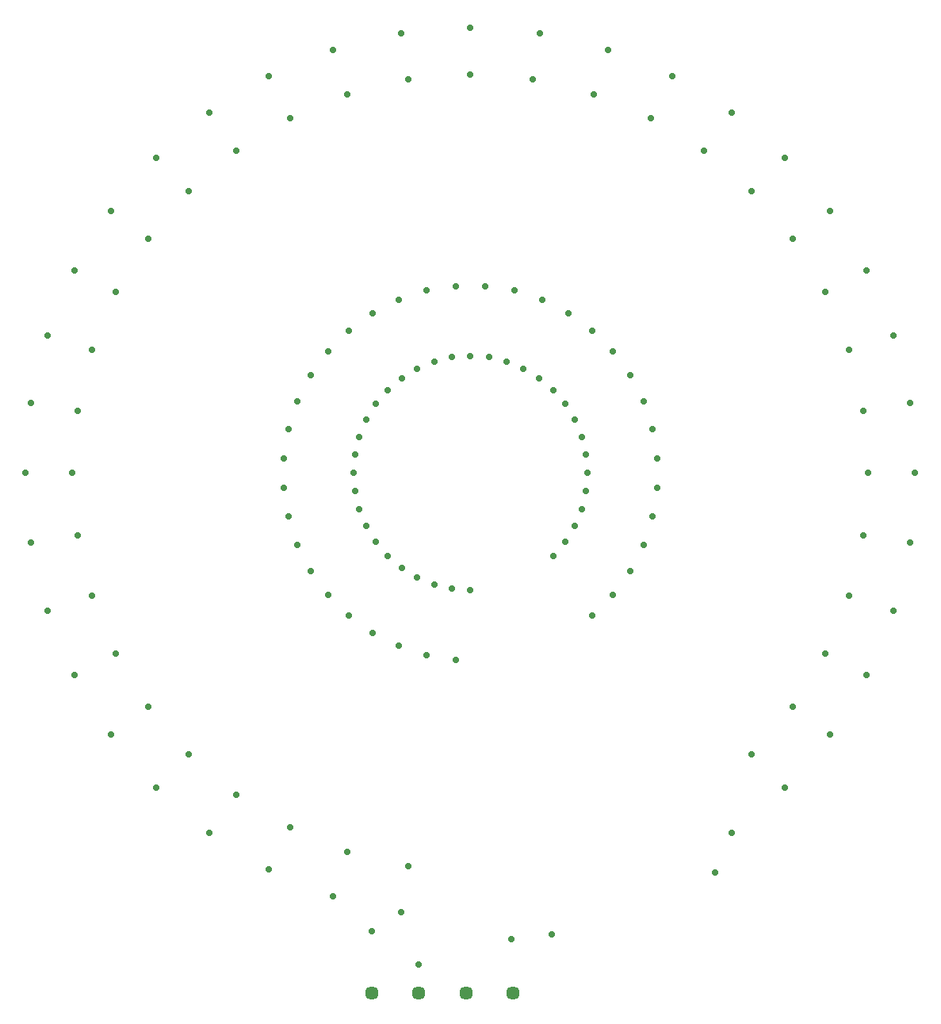
<source format=gbr>
%TF.GenerationSoftware,Altium Limited,Altium Designer,21.9.2 (33)*%
G04 Layer_Color=0*
%FSLAX45Y45*%
%MOMM*%
%TF.SameCoordinates,587BC58A-32DF-419A-8411-CC1EB37CAFE9*%
%TF.FilePolarity,Positive*%
%TF.FileFunction,Plated,1,2,PTH,Drill*%
%TF.Part,Single*%
G01*
G75*
%TA.AperFunction,OtherDrill,Pad Free-I_OUT (-10.5mm,-55.5mm)*%
%ADD15C,1.45000*%
%TA.AperFunction,OtherDrill,Pad Free-I_OUT (4.5mm,-55.5mm)*%
%ADD16C,1.45000*%
%TA.AperFunction,OtherDrill,Pad Free-I_OUT (-5.5mm,-55.5mm)*%
%ADD17C,1.45000*%
%TA.AperFunction,OtherDrill,Pad Free-I_OUT (-0.5mm,-55.5mm)*%
%ADD18C,1.45000*%
%TA.AperFunction,ViaDrill,NotFilled*%
%ADD19C,0.70000*%
%ADD20C,0.71120*%
D15*
X-1050000Y-5550000D02*
D03*
D16*
X450000D02*
D03*
D17*
X-550000D02*
D03*
D18*
X-50000D02*
D03*
D19*
X-550000Y-5250000D02*
D03*
X-156918Y-1993834D02*
D03*
X-743063Y-4691513D02*
D03*
X-466891Y-1944739D02*
D03*
X-1467829Y-4517512D02*
D03*
X-765367Y-1847758D02*
D03*
X-2156452Y-4232275D02*
D03*
X-1044997Y-1705280D02*
D03*
X-2791976Y-3842825D02*
D03*
X-1298896Y-1520811D02*
D03*
X-3358753Y-3358753D02*
D03*
X-1520811Y-1298896D02*
D03*
X-3842825Y-2791976D02*
D03*
X-1705280Y-1044997D02*
D03*
X-4232275Y-2156452D02*
D03*
X-1847758Y-765367D02*
D03*
X-4517512Y-1467829D02*
D03*
X-1944739Y-466891D02*
D03*
X-4691513Y-743063D02*
D03*
X-1993834Y-156918D02*
D03*
X-4749994Y0D02*
D03*
X-1993834Y156918D02*
D03*
X-4691513Y743063D02*
D03*
X-1944739Y466891D02*
D03*
X-4517512Y1467829D02*
D03*
X-1847758Y765367D02*
D03*
X-4232275Y2156452D02*
D03*
X-1705280Y1044997D02*
D03*
X-3842825Y2791976D02*
D03*
X-1520811Y1298896D02*
D03*
X-3358753Y3358753D02*
D03*
X-1298896Y1520811D02*
D03*
X-2791976Y3842825D02*
D03*
X-1044997Y1705280D02*
D03*
X-2156452Y4232275D02*
D03*
X-765367Y1847758D02*
D03*
X-1467829Y4517512D02*
D03*
X-466891Y1944739D02*
D03*
X-743063Y4691513D02*
D03*
X-156918Y1993834D02*
D03*
X0Y4749994D02*
D03*
X156918Y1993834D02*
D03*
X743063Y4691513D02*
D03*
X466891Y1944739D02*
D03*
X1467829Y4517512D02*
D03*
X765367Y1847758D02*
D03*
X2156452Y4232275D02*
D03*
X1044997Y1705280D02*
D03*
X2791976Y3842825D02*
D03*
X1298896Y1520811D02*
D03*
X3358753Y3358753D02*
D03*
X1520811Y1298896D02*
D03*
X3842825Y2791976D02*
D03*
X1705280Y1044997D02*
D03*
X4232275Y2156452D02*
D03*
X1847758Y765367D02*
D03*
X4517512Y1467829D02*
D03*
X1944739Y466891D02*
D03*
X4691513Y743063D02*
D03*
X1993834Y156918D02*
D03*
X4749994Y0D02*
D03*
X1993834Y-156918D02*
D03*
X4691513Y-743063D02*
D03*
X1944739Y-466891D02*
D03*
X4517512Y-1467829D02*
D03*
X1847758Y-765367D02*
D03*
X4232275Y-2156452D02*
D03*
X1705280Y-1044997D02*
D03*
X3842825Y-2791976D02*
D03*
X1520811Y-1298896D02*
D03*
X3358753Y-3358753D02*
D03*
X1298896Y-1520811D02*
D03*
X2791976Y-3842825D02*
D03*
X883883Y-883883D02*
D03*
X3005200Y-3005200D02*
D03*
X1011271Y-734732D02*
D03*
X3438319Y-2498085D02*
D03*
X1113758Y-567488D02*
D03*
X3786774Y-1929458D02*
D03*
X1188820Y-386271D02*
D03*
X4041986Y-1313321D02*
D03*
X1234610Y-195543D02*
D03*
X4197671Y-664846D02*
D03*
X1250000Y0D02*
D03*
X4249996D02*
D03*
X1234610Y195543D02*
D03*
X4197671Y664846D02*
D03*
X1188820Y386271D02*
D03*
X4041986Y1313321D02*
D03*
X1113758Y567488D02*
D03*
X3786774Y1929458D02*
D03*
X1011271Y734731D02*
D03*
X3438319Y2498085D02*
D03*
X883883Y883883D02*
D03*
X3005201Y3005201D02*
D03*
X734731Y1011271D02*
D03*
X2498085Y3438319D02*
D03*
X567488Y1113758D02*
D03*
X1929458Y3786774D02*
D03*
X1313321Y4041986D02*
D03*
X195543Y1234610D02*
D03*
X664846Y4197671D02*
D03*
X0Y1250000D02*
D03*
Y4249996D02*
D03*
X-195543Y1234610D02*
D03*
X-664846Y4197671D02*
D03*
X-386271Y1188821D02*
D03*
X-1313320Y4041984D02*
D03*
X-567488Y1113758D02*
D03*
X-1929457Y3786772D02*
D03*
X-734732Y1011271D02*
D03*
X-2498083Y3438317D02*
D03*
X-883883Y883883D02*
D03*
X-3005199Y3005199D02*
D03*
X-1011271Y734731D02*
D03*
X-3438317Y2498083D02*
D03*
X-1113758Y567488D02*
D03*
X-3786772Y1929457D02*
D03*
X-1188820Y386271D02*
D03*
X-4041984Y1313320D02*
D03*
X-1234610Y195543D02*
D03*
X-4197669Y664846D02*
D03*
X-1250000Y0D02*
D03*
X-4249994D02*
D03*
X-1234610Y-195543D02*
D03*
X-4197669Y-664846D02*
D03*
X-1188821Y-386271D02*
D03*
X-4041986Y-1313320D02*
D03*
X-1113758Y-567488D02*
D03*
X-3786774Y-1929457D02*
D03*
X-1011271Y-734731D02*
D03*
X-3438319Y-2498085D02*
D03*
X-883883Y-883883D02*
D03*
X-3005201Y-3005201D02*
D03*
X-734731Y-1011271D02*
D03*
X-2498085Y-3438319D02*
D03*
X-567488Y-1113758D02*
D03*
X-1929458Y-3786774D02*
D03*
X-386271Y-1188820D02*
D03*
X-1313321Y-4041986D02*
D03*
X-195543Y-1234610D02*
D03*
X-664846Y-4197671D02*
D03*
X0Y-1250000D02*
D03*
X-1054166Y-4889289D02*
D03*
X437032Y-4980773D02*
D03*
X869304Y-4923864D02*
D03*
X2612493Y-4263201D02*
D03*
D20*
X386271Y1188821D02*
D03*
%TF.MD5,c84f581fa4df80ce2e47e124210d2c92*%
M02*

</source>
